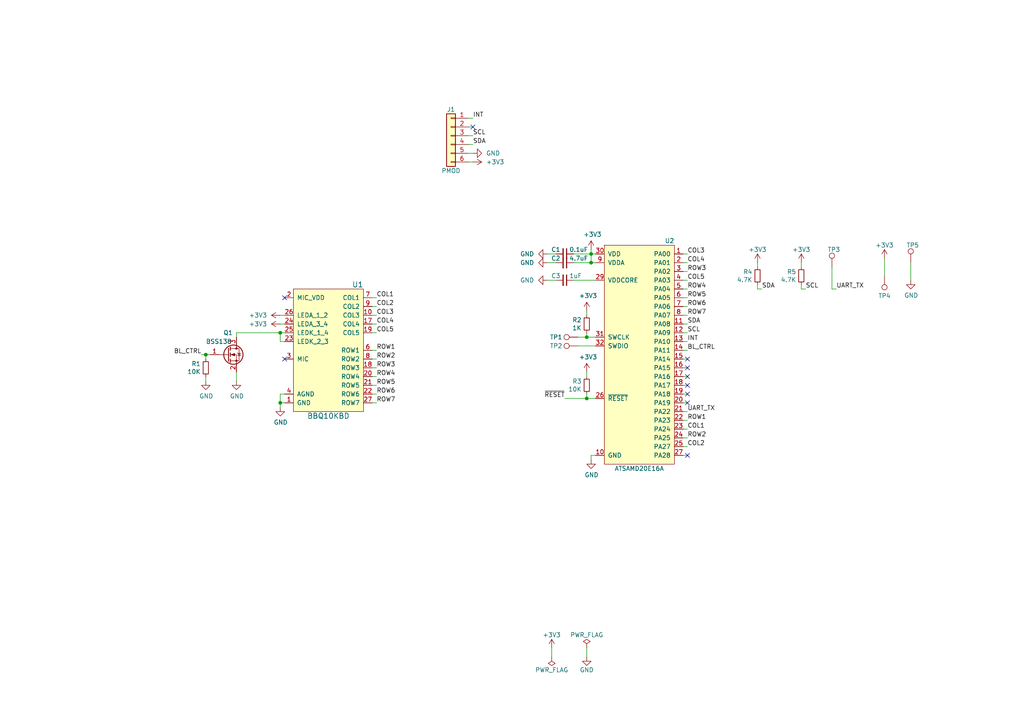
<source format=kicad_sch>
(kicad_sch (version 20230121) (generator eeschema)
  (paper "A4")
  (lib_symbols
    (symbol "Connector:TestPoint" (pin_numbers hide) (pin_names (offset 0.762) hide)
      (property "Reference" "TP" (at 0 6.858 0))
      (property "Value" "TestPoint" (at 0 5.08 0))
      (symbol "TestPoint_0_1"
        (circle (center 0 3.302) (radius 0.762))
      )
      (symbol "TestPoint_1_1"
        (pin passive line (at 0 0 90) (length 2.54) (name "1") (number "1"))
      )
    )
    (symbol "Connector_Generic:Conn_01x06" (pin_names (offset 1.016) hide)
      (property "Reference" "J" (at 0 7.62 0))
      (property "Value" "Conn_01x06" (at 0 -10.16 0))
      (symbol "Conn_01x06_1_1"
        (rectangle (start -1.27 -7.493) (end 0 -7.747) (stroke (width 0.1524)))
        (rectangle (start -1.27 -4.953) (end 0 -5.207) (stroke (width 0.1524)))
        (rectangle (start -1.27 -2.413) (end 0 -2.667) (stroke (width 0.1524)))
        (rectangle (start -1.27 0.127) (end 0 -0.127) (stroke (width 0.1524)))
        (rectangle (start -1.27 2.667) (end 0 2.413) (stroke (width 0.1524)))
        (rectangle (start -1.27 5.207) (end 0 4.953) (stroke (width 0.1524)))
        (rectangle (start -1.27 6.35) (end 1.27 -8.89) (stroke (width 0.254)) (fill (type background)))
        (pin passive line (at -5.08 5.08 0) (length 3.81) (name "Pin_1") (number "1"))
        (pin passive line (at -5.08 2.54 0) (length 3.81) (name "Pin_2") (number "2"))
        (pin passive line (at -5.08 0 0) (length 3.81) (name "Pin_3") (number "3"))
        (pin passive line (at -5.08 -2.54 0) (length 3.81) (name "Pin_4") (number "4"))
        (pin passive line (at -5.08 -5.08 0) (length 3.81) (name "Pin_5") (number "5"))
        (pin passive line (at -5.08 -7.62 0) (length 3.81) (name "Pin_6") (number "6"))
      )
    )
    (symbol "Device:C_Small" (pin_numbers hide) (pin_names (offset 0.254) hide)
      (property "Reference" "C" (at 0.254 1.778 0))
      (property "Value" "C_Small" (at 0.254 -2.032 0))
      (symbol "C_Small_0_1"
        (polyline (pts (xy -1.524 -0.508) (xy 1.524 -0.508)) (stroke (width 0.3302)))
        (polyline (pts (xy -1.524 0.508) (xy 1.524 0.508)) (stroke (width 0.3048)))
      )
      (symbol "C_Small_1_1"
        (pin passive line (at 0 2.54 270) (length 2.032) (name "~") (number "1"))
        (pin passive line (at 0 -2.54 90) (length 2.032) (name "~") (number "2"))
      )
    )
    (symbol "Device:R_Small" (pin_numbers hide) (pin_names (offset 0.254) hide)
      (property "Reference" "R" (at 0.762 0.508 0))
      (property "Value" "R_Small" (at 0.762 -1.016 0))
      (symbol "R_Small_0_1"
        (rectangle (start -0.762 1.778) (end 0.762 -1.778) (stroke (width 0.2032)))
      )
      (symbol "R_Small_1_1"
        (pin passive line (at 0 2.54 270) (length 0.762) (name "~") (number "1"))
        (pin passive line (at 0 -2.54 90) (length 0.762) (name "~") (number "2"))
      )
    )
    (symbol "Keyboard:BBQ10KBD" (pin_names (offset 1.016))
      (property "Reference" "U" (at 10.16 19.05 0))
      (property "Value" "BBQ10KBD" (at 1.27 -19.05 0))
      (symbol "BBQ10KBD_0_1"
        (rectangle (start -10.16 17.78) (end 10.16 -17.78) (fill (type background)))
      )
      (symbol "BBQ10KBD_1_1"
        (pin power_in line (at -12.7 -15.24 0) (length 2.54) (name "GND") (number "1"))
        (pin output line (at 12.7 10.16 180) (length 2.54) (name "COL3") (number "10"))
        (pin passive line (at -12.7 -15.24 0) (length 2.54) hide (name "GND") (number "11"))
        (pin passive line (at -12.7 -15.24 0) (length 2.54) hide (name "GND") (number "12"))
        (pin passive line (at -12.7 -15.24 0) (length 2.54) hide (name "GND") (number "13"))
        (pin passive line (at -12.7 -15.24 0) (length 2.54) hide (name "GND") (number "14"))
        (pin passive line (at -12.7 -15.24 0) (length 2.54) hide (name "GND") (number "15"))
        (pin passive line (at -12.7 -15.24 0) (length 2.54) hide (name "GND") (number "16"))
        (pin output line (at 12.7 7.62 180) (length 2.54) (name "COL4") (number "17"))
        (pin output line (at 12.7 -5.08 180) (length 2.54) (name "ROW3") (number "18"))
        (pin output line (at 12.7 5.08 180) (length 2.54) (name "COL5") (number "19"))
        (pin power_in line (at -12.7 15.24 0) (length 2.54) (name "MIC_VDD") (number "2"))
        (pin output line (at 12.7 -7.62 180) (length 2.54) (name "ROW4") (number "20"))
        (pin output line (at 12.7 -10.16 180) (length 2.54) (name "ROW5") (number "21"))
        (pin output line (at 12.7 -12.7 180) (length 2.54) (name "ROW6") (number "22"))
        (pin input line (at -12.7 2.54 0) (length 2.54) (name "LEDK_2_3") (number "23"))
        (pin power_in line (at -12.7 7.62 0) (length 2.54) (name "LEDA_3_4") (number "24"))
        (pin input line (at -12.7 5.08 0) (length 2.54) (name "LEDK_1_4") (number "25"))
        (pin power_in line (at -12.7 10.16 0) (length 2.54) (name "LEDA_1_2") (number "26"))
        (pin output line (at 12.7 -15.24 180) (length 2.54) (name "ROW7") (number "27"))
        (pin passive line (at -12.7 -15.24 0) (length 2.54) hide (name "GND") (number "28"))
        (pin output line (at -12.7 -2.54 0) (length 2.54) (name "MIC") (number "3"))
        (pin power_in line (at -12.7 -12.7 0) (length 2.54) (name "AGND") (number "4"))
        (pin passive line (at -12.7 -15.24 0) (length 2.54) hide (name "GND") (number "5"))
        (pin output line (at 12.7 0 180) (length 2.54) (name "ROW1") (number "6"))
        (pin output line (at 12.7 15.24 180) (length 2.54) (name "COL1") (number "7"))
        (pin output line (at 12.7 -2.54 180) (length 2.54) (name "ROW2") (number "8"))
        (pin output line (at 12.7 12.7 180) (length 2.54) (name "COL2") (number "9"))
      )
    )
    (symbol "MCU_Microchip_SAMD:ATSAMD20E16A" (pin_names (offset 1.016))
      (property "Reference" "U" (at -8.89 69.85 0))
      (property "Value" "ATSAMD20E16A" (at 0 -34.29 0))
      (symbol "ATSAMD20E16A_0_1"
        (rectangle (start -10.16 30.48) (end 10.16 -33.02) (fill (type background)))
      )
      (symbol "ATSAMD20E16A_1_1"
        (pin bidirectional line (at 12.7 27.94 180) (length 2.54) (name "PA00") (number "1"))
        (pin power_in line (at -12.7 -30.48 0) (length 2.54) (name "GND") (number "10"))
        (pin bidirectional line (at 12.7 7.62 180) (length 2.54) (name "PA08") (number "11"))
        (pin bidirectional line (at 12.7 5.08 180) (length 2.54) (name "PA09") (number "12"))
        (pin bidirectional line (at 12.7 2.54 180) (length 2.54) (name "PA10") (number "13"))
        (pin bidirectional line (at 12.7 0 180) (length 2.54) (name "PA11") (number "14"))
        (pin bidirectional line (at 12.7 -2.54 180) (length 2.54) (name "PA14") (number "15"))
        (pin bidirectional line (at 12.7 -5.08 180) (length 2.54) (name "PA15") (number "16"))
        (pin bidirectional line (at 12.7 -7.62 180) (length 2.54) (name "PA16") (number "17"))
        (pin bidirectional line (at 12.7 -10.16 180) (length 2.54) (name "PA17") (number "18"))
        (pin bidirectional line (at 12.7 -12.7 180) (length 2.54) (name "PA18") (number "19"))
        (pin bidirectional line (at 12.7 25.4 180) (length 2.54) (name "PA01") (number "2"))
        (pin bidirectional line (at 12.7 -15.24 180) (length 2.54) (name "PA19") (number "20"))
        (pin bidirectional line (at 12.7 -17.78 180) (length 2.54) (name "PA22") (number "21"))
        (pin bidirectional line (at 12.7 -20.32 180) (length 2.54) (name "PA23") (number "22"))
        (pin bidirectional line (at 12.7 -22.86 180) (length 2.54) (name "PA24") (number "23"))
        (pin bidirectional line (at 12.7 -25.4 180) (length 2.54) (name "PA25") (number "24"))
        (pin bidirectional line (at 12.7 -27.94 180) (length 2.54) (name "PA27") (number "25"))
        (pin input line (at -12.7 -13.97 0) (length 2.54) (name "~{RESET}") (number "26"))
        (pin bidirectional line (at 12.7 -30.48 180) (length 2.54) (name "PA28") (number "27"))
        (pin passive line (at -12.7 -30.48 0) (length 2.54) hide (name "GND") (number "28"))
        (pin power_out line (at -12.7 20.32 0) (length 2.54) (name "VDDCORE") (number "29"))
        (pin bidirectional line (at 12.7 22.86 180) (length 2.54) (name "PA02") (number "3"))
        (pin power_in line (at -12.7 27.94 0) (length 2.54) (name "VDD") (number "30"))
        (pin input line (at -12.7 3.81 0) (length 2.54) (name "SWCLK") (number "31"))
        (pin bidirectional line (at -12.7 1.27 0) (length 2.54) (name "SWDIO") (number "32"))
        (pin bidirectional line (at 12.7 20.32 180) (length 2.54) (name "PA03") (number "4"))
        (pin bidirectional line (at 12.7 17.78 180) (length 2.54) (name "PA04") (number "5"))
        (pin bidirectional line (at 12.7 15.24 180) (length 2.54) (name "PA05") (number "6"))
        (pin bidirectional line (at 12.7 12.7 180) (length 2.54) (name "PA06") (number "7"))
        (pin bidirectional line (at 12.7 10.16 180) (length 2.54) (name "PA07") (number "8"))
        (pin power_in line (at -12.7 25.4 0) (length 2.54) (name "VDDA") (number "9"))
      )
    )
    (symbol "Transistor_FET:BSS138" (pin_names hide)
      (property "Reference" "Q" (at 5.08 1.905 0))
      (property "Value" "BSS138" (at 5.08 0 0))
      (symbol "BSS138_0_1"
        (polyline (pts (xy 0.254 0) (xy -2.54 0)))
        (polyline (pts (xy 0.254 1.905) (xy 0.254 -1.905)) (stroke (width 0.254)))
        (polyline (pts (xy 0.762 -1.27) (xy 0.762 -2.286)) (stroke (width 0.254)))
        (polyline (pts (xy 0.762 0.508) (xy 0.762 -0.508)) (stroke (width 0.254)))
        (polyline (pts (xy 0.762 2.286) (xy 0.762 1.27)) (stroke (width 0.254)))
        (polyline (pts (xy 2.54 2.54) (xy 2.54 1.778)))
        (polyline (pts (xy 2.54 -2.54) (xy 2.54 0) (xy 0.762 0)))
        (polyline (pts (xy 0.762 -1.778) (xy 3.302 -1.778) (xy 3.302 1.778) (xy 0.762 1.778)))
        (polyline (pts (xy 1.016 0) (xy 2.032 0.381) (xy 2.032 -0.381) (xy 1.016 0)) (fill (type outline)))
        (polyline (pts (xy 2.794 0.508) (xy 2.921 0.381) (xy 3.683 0.381) (xy 3.81 0.254)))
        (polyline (pts (xy 3.302 0.381) (xy 2.921 -0.254) (xy 3.683 -0.254) (xy 3.302 0.381)))
        (circle (center 1.651 0) (radius 2.794) (stroke (width 0.254)))
        (circle (center 2.54 -1.778) (radius 0.254) (fill (type outline)))
        (circle (center 2.54 1.778) (radius 0.254) (fill (type outline)))
      )
      (symbol "BSS138_1_1"
        (pin input line (at -5.08 0 0) (length 2.54) (name "G") (number "1"))
        (pin passive line (at 2.54 -5.08 90) (length 2.54) (name "S") (number "2"))
        (pin passive line (at 2.54 5.08 270) (length 2.54) (name "D") (number "3"))
      )
    )
    (symbol "bbq10_keyboard-rescue:+3.3V-power" (power) (pin_names (offset 0))
      (property "Value" "+3.3V-power" (at 0 3.556 0))
      (symbol "+3.3V-power_0_1"
        (polyline (pts (xy -0.762 1.27) (xy 0 2.54)))
        (polyline (pts (xy 0 0) (xy 0 2.54)))
        (polyline (pts (xy 0 2.54) (xy 0.762 1.27)))
      )
      (symbol "+3.3V-power_1_1"
        (pin power_in line (at 0 0 90) (length 0) hide (name "+3V3") (number "1"))
      )
    )
    (symbol "power:GND" (power) (pin_names (offset 0))
      (property "Value" "GND" (at 0 -3.81 0))
      (symbol "GND_0_1"
        (polyline (pts (xy 0 0) (xy 0 -1.27) (xy 1.27 -1.27) (xy 0 -2.54) (xy -1.27 -1.27) (xy 0 -1.27)))
      )
      (symbol "GND_1_1"
        (pin power_in line (at 0 0 270) (length 0) hide (name "GND") (number "1"))
      )
    )
    (symbol "power:PWR_FLAG" (power) (pin_numbers hide) (pin_names (offset 0) hide)
      (property "Value" "PWR_FLAG" (at 0 3.81 0))
      (symbol "PWR_FLAG_0_0"
        (pin power_out line (at 0 0 90) (length 0) (name "pwr") (number "1"))
      )
      (symbol "PWR_FLAG_0_1"
        (polyline (pts (xy 0 0) (xy 0 1.27) (xy -1.016 1.905) (xy 0 2.54) (xy 1.016 1.905) (xy 0 1.27)))
      )
    )
  )
  (junction (at 170.18 97.79))
  (junction (at 81.28 116.84))
  (junction (at 170.18 115.57))
  (junction (at 59.69 102.87))
  (junction (at 171.45 76.2))
  (junction (at 171.45 73.66))
  (junction (at 81.28 96.52))
  (no_connect (at 137.16 36.83))
  (no_connect (at 199.39 104.14))
  (no_connect (at 199.39 109.22))
  (no_connect (at 199.39 116.84))
  (no_connect (at 199.39 132.08))
  (no_connect (at 199.39 114.3))
  (no_connect (at 199.39 111.76))
  (no_connect (at 199.39 106.68))
  (no_connect (at 82.55 86.36))
  (no_connect (at 82.55 104.14))
  (wire (pts (xy 172.72 100.33) (xy 167.64 100.33)))
  (wire (pts (xy 107.95 91.44) (xy 109.22 91.44)))
  (wire (pts (xy 82.55 93.98) (xy 81.28 93.98)))
  (wire (pts (xy 198.12 114.3) (xy 199.39 114.3)))
  (wire (pts (xy 170.18 115.57) (xy 170.18 114.3)))
  (wire (pts (xy 107.95 93.98) (xy 109.22 93.98)))
  (wire (pts (xy 135.89 41.91) (xy 137.16 41.91)))
  (wire (pts (xy 198.12 116.84) (xy 199.39 116.84)))
  (wire (pts (xy 135.89 44.45) (xy 137.16 44.45)))
  (wire (pts (xy 198.12 109.22) (xy 199.39 109.22)))
  (wire (pts (xy 264.16 76.2) (xy 264.16 81.28)))
  (wire (pts (xy 198.12 101.6) (xy 199.39 101.6)))
  (wire (pts (xy 107.95 88.9) (xy 109.22 88.9)))
  (wire (pts (xy 59.69 102.87) (xy 59.69 104.14)))
  (wire (pts (xy 198.12 99.06) (xy 199.39 99.06)))
  (wire (pts (xy 81.28 96.52) (xy 68.58 96.52)))
  (wire (pts (xy 171.45 132.08) (xy 171.45 133.35)))
  (wire (pts (xy 172.72 76.2) (xy 171.45 76.2)))
  (wire (pts (xy 82.55 96.52) (xy 81.28 96.52)))
  (wire (pts (xy 172.72 132.08) (xy 171.45 132.08)))
  (wire (pts (xy 81.28 114.3) (xy 81.28 116.84)))
  (wire (pts (xy 241.3 83.82) (xy 242.57 83.82)))
  (wire (pts (xy 170.18 91.44) (xy 170.18 90.17)))
  (wire (pts (xy 161.29 76.2) (xy 158.75 76.2)))
  (wire (pts (xy 232.41 83.82) (xy 233.68 83.82)))
  (wire (pts (xy 107.95 116.84) (xy 109.22 116.84)))
  (wire (pts (xy 198.12 96.52) (xy 199.39 96.52)))
  (wire (pts (xy 171.45 76.2) (xy 171.45 73.66)))
  (wire (pts (xy 256.54 74.93) (xy 256.54 80.01)))
  (wire (pts (xy 170.18 107.95) (xy 170.18 109.22)))
  (wire (pts (xy 170.18 96.52) (xy 170.18 97.79)))
  (wire (pts (xy 219.71 82.55) (xy 219.71 83.82)))
  (wire (pts (xy 198.12 83.82) (xy 199.39 83.82)))
  (wire (pts (xy 135.89 46.99) (xy 137.16 46.99)))
  (wire (pts (xy 161.29 73.66) (xy 158.75 73.66)))
  (wire (pts (xy 198.12 81.28) (xy 199.39 81.28)))
  (wire (pts (xy 198.12 93.98) (xy 199.39 93.98)))
  (wire (pts (xy 161.29 81.28) (xy 158.75 81.28)))
  (wire (pts (xy 107.95 86.36) (xy 109.22 86.36)))
  (wire (pts (xy 241.3 77.47) (xy 241.3 83.82)))
  (wire (pts (xy 172.72 73.66) (xy 171.45 73.66)))
  (wire (pts (xy 107.95 111.76) (xy 109.22 111.76)))
  (wire (pts (xy 232.41 77.47) (xy 232.41 76.2)))
  (wire (pts (xy 198.12 86.36) (xy 199.39 86.36)))
  (wire (pts (xy 82.55 114.3) (xy 81.28 114.3)))
  (wire (pts (xy 198.12 106.68) (xy 199.39 106.68)))
  (wire (pts (xy 135.89 34.29) (xy 137.16 34.29)))
  (wire (pts (xy 160.02 190.5) (xy 160.02 187.96)))
  (wire (pts (xy 107.95 114.3) (xy 109.22 114.3)))
  (wire (pts (xy 198.12 88.9) (xy 199.39 88.9)))
  (wire (pts (xy 198.12 73.66) (xy 199.39 73.66)))
  (wire (pts (xy 59.69 102.87) (xy 58.42 102.87)))
  (wire (pts (xy 81.28 96.52) (xy 81.28 99.06)))
  (wire (pts (xy 198.12 78.74) (xy 199.39 78.74)))
  (wire (pts (xy 135.89 36.83) (xy 137.16 36.83)))
  (wire (pts (xy 198.12 132.08) (xy 199.39 132.08)))
  (wire (pts (xy 171.45 76.2) (xy 166.37 76.2)))
  (wire (pts (xy 68.58 107.95) (xy 68.58 110.49)))
  (wire (pts (xy 170.18 115.57) (xy 163.83 115.57)))
  (wire (pts (xy 107.95 109.22) (xy 109.22 109.22)))
  (wire (pts (xy 170.18 97.79) (xy 167.64 97.79)))
  (wire (pts (xy 59.69 109.22) (xy 59.69 110.49)))
  (wire (pts (xy 198.12 124.46) (xy 199.39 124.46)))
  (wire (pts (xy 107.95 96.52) (xy 109.22 96.52)))
  (wire (pts (xy 198.12 111.76) (xy 199.39 111.76)))
  (wire (pts (xy 81.28 116.84) (xy 81.28 118.11)))
  (wire (pts (xy 219.71 83.82) (xy 220.98 83.82)))
  (wire (pts (xy 81.28 99.06) (xy 82.55 99.06)))
  (wire (pts (xy 171.45 73.66) (xy 171.45 72.39)))
  (wire (pts (xy 198.12 91.44) (xy 199.39 91.44)))
  (wire (pts (xy 82.55 91.44) (xy 81.28 91.44)))
  (wire (pts (xy 198.12 127) (xy 199.39 127)))
  (wire (pts (xy 82.55 116.84) (xy 81.28 116.84)))
  (wire (pts (xy 172.72 81.28) (xy 166.37 81.28)))
  (wire (pts (xy 232.41 82.55) (xy 232.41 83.82)))
  (wire (pts (xy 198.12 129.54) (xy 199.39 129.54)))
  (wire (pts (xy 172.72 97.79) (xy 170.18 97.79)))
  (wire (pts (xy 219.71 77.47) (xy 219.71 76.2)))
  (wire (pts (xy 68.58 96.52) (xy 68.58 97.79)))
  (wire (pts (xy 170.18 187.96) (xy 170.18 190.5)))
  (wire (pts (xy 198.12 121.92) (xy 199.39 121.92)))
  (wire (pts (xy 172.72 115.57) (xy 170.18 115.57)))
  (wire (pts (xy 107.95 104.14) (xy 109.22 104.14)))
  (wire (pts (xy 198.12 76.2) (xy 199.39 76.2)))
  (wire (pts (xy 171.45 73.66) (xy 166.37 73.66)))
  (wire (pts (xy 107.95 106.68) (xy 109.22 106.68)))
  (wire (pts (xy 198.12 119.38) (xy 199.39 119.38)))
  (wire (pts (xy 60.96 102.87) (xy 59.69 102.87)))
  (wire (pts (xy 135.89 39.37) (xy 137.16 39.37)))
  (wire (pts (xy 198.12 104.14) (xy 199.39 104.14)))
  (wire (pts (xy 107.95 101.6) (xy 109.22 101.6)))
  (label "COL3" (at 109.22 91.44 0))
  (label "~{RESET}" (at 163.83 115.57 180))
  (label "COL5" (at 199.39 81.28 0))
  (label "ROW1" (at 199.39 121.92 0))
  (label "COL1" (at 109.22 86.36 0))
  (label "BL_CTRL" (at 58.42 102.87 180))
  (label "UART_TX" (at 242.57 83.82 0))
  (label "ROW4" (at 109.22 109.22 0))
  (label "SDA" (at 220.98 83.82 0))
  (label "ROW6" (at 109.22 114.3 0))
  (label "ROW7" (at 199.39 91.44 0))
  (label "SCL" (at 137.16 39.37 0))
  (label "SDA" (at 199.39 93.98 0))
  (label "ROW5" (at 109.22 111.76 0))
  (label "COL2" (at 109.22 88.9 0))
  (label "COL4" (at 109.22 93.98 0))
  (label "ROW4" (at 199.39 83.82 0))
  (label "COL1" (at 199.39 124.46 0))
  (label "ROW3" (at 109.22 106.68 0))
  (label "COL5" (at 109.22 96.52 0))
  (label "INT" (at 199.39 99.06 0))
  (label "INT" (at 137.16 34.29 0))
  (label "ROW6" (at 199.39 88.9 0))
  (label "COL2" (at 199.39 129.54 0))
  (label "UART_TX" (at 199.39 119.38 0))
  (label "ROW5" (at 199.39 86.36 0))
  (label "ROW1" (at 109.22 101.6 0))
  (label "ROW2" (at 109.22 104.14 0))
  (label "BL_CTRL" (at 199.39 101.6 0))
  (label "COL3" (at 199.39 73.66 0))
  (label "ROW7" (at 109.22 116.84 0))
  (label "SCL" (at 233.68 83.82 0))
  (label "SDA" (at 137.16 41.91 0))
  (label "ROW3" (at 199.39 78.74 0))
  (label "ROW2" (at 199.39 127 0))
  (label "SCL" (at 199.39 96.52 0))
  (label "COL4" (at 199.39 76.2 0))
  (symbol (lib_id "bbq10_keyboard-rescue:+3.3V-power") (at 160.02 187.96 0) (unit 1)
    (property "Reference" "#PWR0101" (effects hide))
    (property "Value" "+3.3V" (at 160.02 184.15 0))
  )
  (symbol (lib_id "power:GND") (at 170.18 190.5 0) (unit 1)
    (property "Reference" "#PWR0102" (effects hide))
    (property "Value" "GND" (at 170.18 194.31 0))
  )
  (symbol (lib_id "power:PWR_FLAG") (at 170.18 187.96 0) (unit 1)
    (property "Reference" "#FLG0101" (effects hide))
    (property "Value" "PWR_FLAG" (at 170.18 184.15 0))
  )
  (symbol (lib_id "power:PWR_FLAG") (at 160.02 190.5 180) (unit 1)
    (property "Reference" "#FLG0102" (effects hide))
    (property "Value" "PWR_FLAG" (at 160.02 194.31 0))
  )
  (symbol (lib_id "bbq10_keyboard-rescue:+3.3V-power") (at 256.54 74.93 0) (unit 1)
    (property "Reference" "#PWR0103" (effects hide))
    (property "Value" "+3.3V" (at 256.54 71.12 0))
  )
  (symbol (lib_id "power:GND") (at 264.16 81.28 0) (unit 1)
    (property "Reference" "#PWR0104" (effects hide))
    (property "Value" "GND" (at 264.287 85.6742 0))
  )
  (symbol (lib_id "Connector:TestPoint") (at 256.54 80.01 0) (mirror x) (unit 1)
    (property "Reference" "TP4" (at 256.54 85.09 0) (effects (justify bottom)))
    (property "Value" "VDD" (effects hide))
    (property "Footprint" "TestPoint:TestPoint_Pad_D1.0mm" (effects hide))
  )
  (symbol (lib_id "Connector:TestPoint") (at 264.16 76.2 0) (unit 1)
    (property "Reference" "TP5" (at 262.89 71.12 0) (effects (justify left)))
    (property "Value" "GND" (effects hide))
    (property "Footprint" "TestPoint:TestPoint_Pad_D1.0mm" (effects hide))
  )
  (symbol (lib_id "power:GND") (at 137.16 44.45 90) (unit 1)
    (property "Reference" "#PWR06" (effects hide))
    (property "Value" "GND" (at 140.97 44.45 90) (effects (justify right)))
  )
  (symbol (lib_id "bbq10_keyboard-rescue:+3.3V-power") (at 137.16 46.99 270) (unit 1)
    (property "Reference" "#PWR07" (effects hide))
    (property "Value" "+3.3V" (at 140.97 46.99 90) (effects (justify left)))
  )
  (symbol (lib_id "MCU_Microchip_SAMD:ATSAMD20E16A") (at 185.42 101.6 0) (unit 1)
    (property "Reference" "U2" (at 195.58 69.85 0) (effects (justify right)))
    (property "Value" "ATSAMD20E16A" (at 185.42 135.89 0))
    (property "Footprint" "Package_DFN_QFN:QFN-32-1EP_5x5mm_P0.5mm_EP3.45x3.45mm" (effects hide))
  )
  (symbol (lib_id "bbq10_keyboard-rescue:+3.3V-power") (at 171.45 72.39 0) (unit 1)
    (property "Reference" "#PWR013" (effects hide))
    (property "Value" "+3.3V" (at 171.831 67.9958 0))
  )
  (symbol (lib_id "Device:C_Small") (at 163.83 73.66 270) (unit 1)
    (property "Reference" "C1" (at 162.56 72.39 90) (effects (justify right)))
    (property "Value" "0.1uF" (at 165.1 72.39 90) (effects (justify left)))
    (property "Footprint" "Capacitor_SMD:C_0603_1608Metric" (effects hide))
  )
  (symbol (lib_id "Device:C_Small") (at 163.83 76.2 270) (unit 1)
    (property "Reference" "C2" (at 162.56 74.93 90) (effects (justify right)))
    (property "Value" "4.7uF" (at 165.1 74.93 90) (effects (justify left)))
    (property "Footprint" "Capacitor_SMD:C_0603_1608Metric" (effects hide))
  )
  (symbol (lib_id "power:GND") (at 158.75 73.66 270) (unit 1)
    (property "Reference" "#PWR08" (effects hide))
    (property "Value" "GND" (at 154.94 73.66 90) (effects (justify right)))
  )
  (symbol (lib_id "power:GND") (at 158.75 76.2 270) (unit 1)
    (property "Reference" "#PWR09" (effects hide))
    (property "Value" "GND" (at 154.94 76.2 90) (effects (justify right)))
  )
  (symbol (lib_id "power:GND") (at 158.75 81.28 270) (unit 1)
    (property "Reference" "#PWR010" (effects hide))
    (property "Value" "GND" (at 154.94 81.28 90) (effects (justify right)))
  )
  (symbol (lib_id "Device:C_Small") (at 163.83 81.28 270) (unit 1)
    (property "Reference" "C3" (at 162.56 80.01 90) (effects (justify right)))
    (property "Value" "1uF" (at 165.1 80.01 90) (effects (justify left)))
    (property "Footprint" "Capacitor_SMD:C_0603_1608Metric" (effects hide))
  )
  (symbol (lib_id "Device:R_Small") (at 170.18 93.98 0) (mirror x) (unit 1)
    (property "Reference" "R2" (at 168.6814 92.8116 0) (effects (justify right)))
    (property "Value" "1K" (at 168.6814 95.123 0) (effects (justify right)))
    (property "Footprint" "Resistor_SMD:R_0603_1608Metric" (effects hide))
  )
  (symbol (lib_id "bbq10_keyboard-rescue:+3.3V-power") (at 170.18 90.17 0) (unit 1)
    (property "Reference" "#PWR011" (effects hide))
    (property "Value" "+3.3V" (at 170.561 85.7758 0))
  )
  (symbol (lib_id "power:GND") (at 171.45 133.35 0) (unit 1)
    (property "Reference" "#PWR014" (effects hide))
    (property "Value" "GND" (at 171.577 137.7442 0))
  )
  (symbol (lib_id "Connector:TestPoint") (at 167.64 97.79 90) (unit 1)
    (property "Reference" "TP1" (at 161.29 97.79 90))
    (property "Value" "TP_SWCLK" (effects hide))
    (property "Footprint" "TestPoint:TestPoint_Pad_D1.0mm" (effects hide))
  )
  (symbol (lib_id "Connector:TestPoint") (at 167.64 100.33 90) (unit 1)
    (property "Reference" "TP2" (at 161.29 100.33 90))
    (property "Value" "TP_SWDIO" (effects hide))
    (property "Footprint" "TestPoint:TestPoint_Pad_D1.0mm" (effects hide))
  )
  (symbol (lib_id "Device:R_Small") (at 219.71 80.01 0) (mirror x) (unit 1)
    (property "Reference" "R4" (at 218.2368 78.8416 0) (effects (justify right)))
    (property "Value" "4.7K" (at 218.2368 81.153 0) (effects (justify right)))
    (property "Footprint" "Resistor_SMD:R_0603_1608Metric" (effects hide))
  )
  (symbol (lib_id "Device:R_Small") (at 232.41 80.01 0) (mirror x) (unit 1)
    (property "Reference" "R5" (at 230.9368 78.8416 0) (effects (justify right)))
    (property "Value" "4.7K" (at 230.9368 81.153 0) (effects (justify right)))
    (property "Footprint" "Resistor_SMD:R_0603_1608Metric" (effects hide))
  )
  (symbol (lib_id "bbq10_keyboard-rescue:+3.3V-power") (at 232.41 76.2 0) (unit 1)
    (property "Reference" "#PWR016" (effects hide))
    (property "Value" "+3.3V" (at 232.41 72.39 0))
  )
  (symbol (lib_id "bbq10_keyboard-rescue:+3.3V-power") (at 219.71 76.2 0) (unit 1)
    (property "Reference" "#PWR015" (effects hide))
    (property "Value" "+3.3V" (at 219.71 72.39 0))
  )
  (symbol (lib_id "Connector:TestPoint") (at 241.3 77.47 0) (unit 1)
    (property "Reference" "TP3" (at 240.03 72.39 0) (effects (justify left)))
    (property "Value" "UART_TX" (effects hide))
    (property "Footprint" "TestPoint:TestPoint_Pad_D1.0mm" (effects hide))
  )
  (symbol (lib_id "Keyboard:BBQ10KBD") (at 95.25 101.6 0) (unit 1)
    (property "Reference" "U1" (at 105.41 82.55 0) (effects (font (size 1.524 1.524)) (justify right)))
    (property "Value" "BBQ10KBD" (at 95.25 120.65 0) (effects (font (size 1.524 1.524))))
    (property "Footprint" "Connector_Hirose_Extra:BM14B(0.8)-24DS-0.4V(53)" (effects hide))
  )
  (symbol (lib_id "power:GND") (at 81.28 118.11 0) (unit 1)
    (property "Reference" "#PWR05" (effects hide))
    (property "Value" "GND" (at 81.407 122.5042 0))
  )
  (symbol (lib_id "bbq10_keyboard-rescue:+3.3V-power") (at 81.28 91.44 90) (unit 1)
    (property "Reference" "#PWR03" (effects hide))
    (property "Value" "+3.3V" (at 77.47 91.44 90) (effects (justify left)))
  )
  (symbol (lib_id "bbq10_keyboard-rescue:+3.3V-power") (at 81.28 93.98 90) (unit 1)
    (property "Reference" "#PWR04" (effects hide))
    (property "Value" "+3.3V" (at 77.47 93.98 90) (effects (justify left)))
  )
  (symbol (lib_id "Transistor_FET:BSS138") (at 66.04 102.87 0) (unit 1)
    (property "Reference" "Q1" (at 64.77 96.52 0) (effects (justify left)))
    (property "Value" "BSS138" (at 59.69 99.06 0) (effects (justify left)))
    (property "Footprint" "Package_TO_SOT_SMD:SOT-23" (effects hide))
    (property "Datasheet" "https://www.fairchildsemi.com/datasheets/BS/BSS138.pdf" (effects hide))
  )
  (symbol (lib_id "Device:R_Small") (at 59.69 106.68 0) (mirror x) (unit 1)
    (property "Reference" "R1" (at 58.2168 105.5116 0) (effects (justify right)))
    (property "Value" "10K" (at 58.2168 107.823 0) (effects (justify right)))
    (property "Footprint" "Resistor_SMD:R_0603_1608Metric" (effects hide))
  )
  (symbol (lib_id "power:GND") (at 68.58 110.49 0) (unit 1)
    (property "Reference" "#PWR02" (effects hide))
    (property "Value" "GND" (at 68.707 114.8842 0))
  )
  (symbol (lib_id "power:GND") (at 59.69 110.49 0) (unit 1)
    (property "Reference" "#PWR01" (effects hide))
    (property "Value" "GND" (at 59.817 114.8842 0))
  )
  (symbol (lib_id "Connector_Generic:Conn_01x06") (at 130.81 39.37 0) (mirror y) (unit 1)
    (property "Reference" "J1" (at 130.81 31.75 0))
    (property "Value" "PMOD" (at 130.81 49.53 0))
    (property "Footprint" "Connector_PinHeader_2.54mm_Extra:PMODPinHeader_1x06_P2.54mm_Horizontal" (effects hide))
  )
  (symbol (lib_id "Device:R_Small") (at 170.18 111.76 0) (mirror x) (unit 1)
    (property "Reference" "R3" (at 168.7068 110.5916 0) (effects (justify right)))
    (property "Value" "10K" (at 168.7068 112.903 0) (effects (justify right)))
    (property "Footprint" "Resistor_SMD:R_0603_1608Metric" (effects hide))
  )
  (symbol (lib_id "bbq10_keyboard-rescue:+3.3V-power") (at 170.18 107.95 0) (unit 1)
    (property "Reference" "#PWR012" (effects hide))
    (property "Value" "+3.3V" (at 170.561 103.5558 0))
  )
)
</source>
